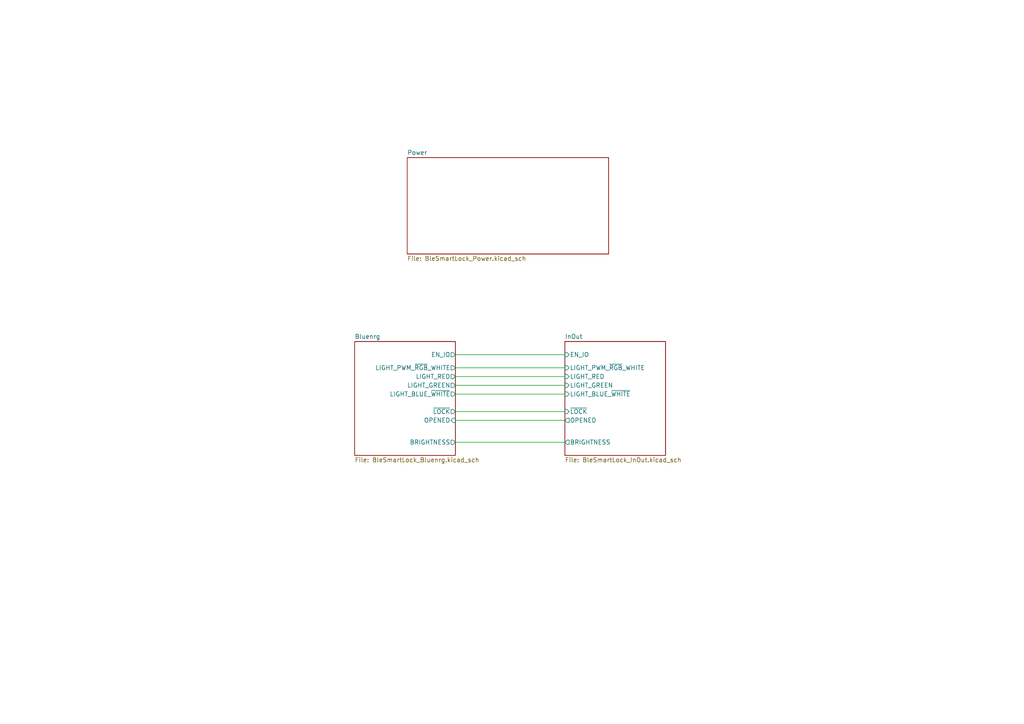
<source format=kicad_sch>
(kicad_sch
	(version 20231120)
	(generator "eeschema")
	(generator_version "8.0")
	(uuid "8a73b0a9-83ac-42ec-85f6-a48bae52f84c")
	(paper "A4")
	(lib_symbols)
	(wire
		(pts
			(xy 132.08 109.22) (xy 163.83 109.22)
		)
		(stroke
			(width 0)
			(type default)
		)
		(uuid "20663cd1-48f4-4efe-af62-4f252cf8971a")
	)
	(wire
		(pts
			(xy 132.08 114.3) (xy 163.83 114.3)
		)
		(stroke
			(width 0)
			(type default)
		)
		(uuid "23887c13-cdf6-4dca-b0b8-6d86778870bf")
	)
	(wire
		(pts
			(xy 132.08 121.92) (xy 163.83 121.92)
		)
		(stroke
			(width 0)
			(type default)
		)
		(uuid "2c2f8997-bb20-4d70-bbaa-cb4270109014")
	)
	(wire
		(pts
			(xy 132.08 128.27) (xy 163.83 128.27)
		)
		(stroke
			(width 0)
			(type default)
		)
		(uuid "3ced96df-7d1f-4f75-a6f6-f2464d2c49cd")
	)
	(wire
		(pts
			(xy 132.08 111.76) (xy 163.83 111.76)
		)
		(stroke
			(width 0)
			(type default)
		)
		(uuid "6f975b3e-1d6b-4c43-a248-15e51ab18cdf")
	)
	(wire
		(pts
			(xy 132.08 119.38) (xy 163.83 119.38)
		)
		(stroke
			(width 0)
			(type default)
		)
		(uuid "7f96d1cf-49b9-4f2f-ac06-f82962090c97")
	)
	(wire
		(pts
			(xy 132.08 102.87) (xy 163.83 102.87)
		)
		(stroke
			(width 0)
			(type default)
		)
		(uuid "974241d9-433d-455a-9255-2ff2916ba045")
	)
	(wire
		(pts
			(xy 132.08 106.68) (xy 163.83 106.68)
		)
		(stroke
			(width 0)
			(type default)
		)
		(uuid "ec02f029-9f3d-413f-95d6-737243130a99")
	)
	(sheet
		(at 163.83 99.06)
		(size 29.21 33.02)
		(fields_autoplaced yes)
		(stroke
			(width 0.1524)
			(type solid)
		)
		(fill
			(color 0 0 0 0.0000)
		)
		(uuid "8ca42cea-6096-4938-94f8-89fe535c3fcf")
		(property "Sheetname" "InOut"
			(at 163.83 98.3484 0)
			(effects
				(font
					(size 1.27 1.27)
				)
				(justify left bottom)
			)
		)
		(property "Sheetfile" "BleSmartLock_InOut.kicad_sch"
			(at 163.83 132.6646 0)
			(effects
				(font
					(size 1.27 1.27)
				)
				(justify left top)
			)
		)
		(pin "EN_IO" input
			(at 163.83 102.87 180)
			(effects
				(font
					(size 1.27 1.27)
				)
				(justify left)
			)
			(uuid "4b71f322-4b66-4547-bd5b-e1dabf342db6")
		)
		(pin "BRIGHTNESS" output
			(at 163.83 128.27 180)
			(effects
				(font
					(size 1.27 1.27)
				)
				(justify left)
			)
			(uuid "f8ef08ca-e001-464e-b3c4-64f8c8e11f4d")
		)
		(pin "LIGHT_BLUE_~{WHITE}" input
			(at 163.83 114.3 180)
			(effects
				(font
					(size 1.27 1.27)
				)
				(justify left)
			)
			(uuid "6a4e748e-db59-48ad-87a3-fcf739698448")
		)
		(pin "LIGHT_PWM_~{RGB}_WHITE" input
			(at 163.83 106.68 180)
			(effects
				(font
					(size 1.27 1.27)
				)
				(justify left)
			)
			(uuid "765a1166-28d1-47b6-8d68-b86de89dc3b5")
		)
		(pin "LIGHT_RED" input
			(at 163.83 109.22 180)
			(effects
				(font
					(size 1.27 1.27)
				)
				(justify left)
			)
			(uuid "74e45309-eae6-4737-91b1-f57dcd933c57")
		)
		(pin "LIGHT_GREEN" input
			(at 163.83 111.76 180)
			(effects
				(font
					(size 1.27 1.27)
				)
				(justify left)
			)
			(uuid "e331547e-b847-4df5-8746-5c27ab635408")
		)
		(pin "OPENED" output
			(at 163.83 121.92 180)
			(effects
				(font
					(size 1.27 1.27)
				)
				(justify left)
			)
			(uuid "c173f46c-0b05-416e-9f99-e1d697ca3506")
		)
		(pin "~{LOCK}" input
			(at 163.83 119.38 180)
			(effects
				(font
					(size 1.27 1.27)
				)
				(justify left)
			)
			(uuid "8116907e-0aa1-4bb3-82e6-b7ce5d9b97af")
		)
		(instances
			(project "BleSmartLock"
				(path "/8a73b0a9-83ac-42ec-85f6-a48bae52f84c"
					(page "4")
				)
			)
		)
	)
	(sheet
		(at 118.11 45.72)
		(size 58.42 27.94)
		(fields_autoplaced yes)
		(stroke
			(width 0.1524)
			(type solid)
		)
		(fill
			(color 0 0 0 0.0000)
		)
		(uuid "cbe0b1d7-2f9f-492a-a494-a8cb2210dc9c")
		(property "Sheetname" "Power"
			(at 118.11 45.0084 0)
			(effects
				(font
					(size 1.27 1.27)
				)
				(justify left bottom)
			)
		)
		(property "Sheetfile" "BleSmartLock_Power.kicad_sch"
			(at 118.11 74.2446 0)
			(effects
				(font
					(size 1.27 1.27)
				)
				(justify left top)
			)
		)
		(instances
			(project "BleSmartLock"
				(path "/8a73b0a9-83ac-42ec-85f6-a48bae52f84c"
					(page "2")
				)
			)
		)
	)
	(sheet
		(at 102.87 99.06)
		(size 29.21 33.02)
		(fields_autoplaced yes)
		(stroke
			(width 0.1524)
			(type solid)
		)
		(fill
			(color 0 0 0 0.0000)
		)
		(uuid "f826118e-4a71-4279-bf26-acbe2d2936f1")
		(property "Sheetname" "Bluenrg"
			(at 102.87 98.3484 0)
			(effects
				(font
					(size 1.27 1.27)
				)
				(justify left bottom)
			)
		)
		(property "Sheetfile" "BleSmartLock_Bluenrg.kicad_sch"
			(at 102.87 132.6646 0)
			(effects
				(font
					(size 1.27 1.27)
				)
				(justify left top)
			)
		)
		(pin "BRIGHTNESS" output
			(at 132.08 128.27 0)
			(effects
				(font
					(size 1.27 1.27)
				)
				(justify right)
			)
			(uuid "ad8fc2af-23e9-436c-b6b5-2a775aa8d009")
		)
		(pin "OPENED" input
			(at 132.08 121.92 0)
			(effects
				(font
					(size 1.27 1.27)
				)
				(justify right)
			)
			(uuid "f1b6dd2c-2873-44a6-836b-edacba220baa")
		)
		(pin "~{LOCK}" output
			(at 132.08 119.38 0)
			(effects
				(font
					(size 1.27 1.27)
				)
				(justify right)
			)
			(uuid "3bdcf811-1854-49f9-bdfb-24265d460c50")
		)
		(pin "LIGHT_RED" output
			(at 132.08 109.22 0)
			(effects
				(font
					(size 1.27 1.27)
				)
				(justify right)
			)
			(uuid "3d5137f0-8fcf-47e1-b06f-a19e6f45f585")
		)
		(pin "LIGHT_BLUE_~{WHITE}" output
			(at 132.08 114.3 0)
			(effects
				(font
					(size 1.27 1.27)
				)
				(justify right)
			)
			(uuid "9cbe471e-66ea-46dc-8d2a-cc81106a30ca")
		)
		(pin "LIGHT_PWM_~{RGB}_WHITE" output
			(at 132.08 106.68 0)
			(effects
				(font
					(size 1.27 1.27)
				)
				(justify right)
			)
			(uuid "525a0581-1b56-4bb8-a1b0-b119387b420c")
		)
		(pin "LIGHT_GREEN" output
			(at 132.08 111.76 0)
			(effects
				(font
					(size 1.27 1.27)
				)
				(justify right)
			)
			(uuid "0367a833-112c-49d5-aa2e-8c0a4922282e")
		)
		(pin "EN_IO" output
			(at 132.08 102.87 0)
			(effects
				(font
					(size 1.27 1.27)
				)
				(justify right)
			)
			(uuid "8ccf786d-a3e9-4953-a2d3-12a6d1fbdb18")
		)
		(instances
			(project "BleSmartLock"
				(path "/8a73b0a9-83ac-42ec-85f6-a48bae52f84c"
					(page "3")
				)
			)
		)
	)
	(sheet_instances
		(path "/"
			(page "1")
		)
	)
)
</source>
